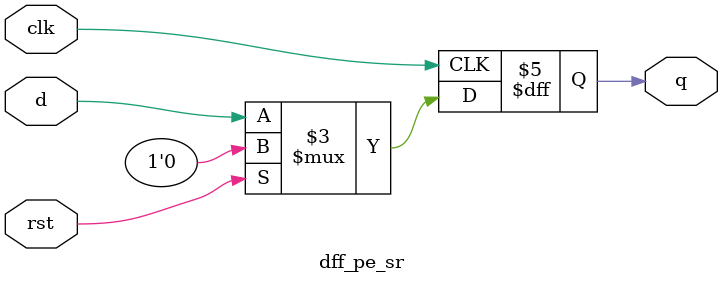
<source format=v>
module dff_pe_sr(
    input wire clk,
    input wire rst,
    input wire d,
    output reg q
);

always @(posedge clk) begin
    if (rst)
        q <= 0;
    else
        q <= d;
end

endmodule

</source>
